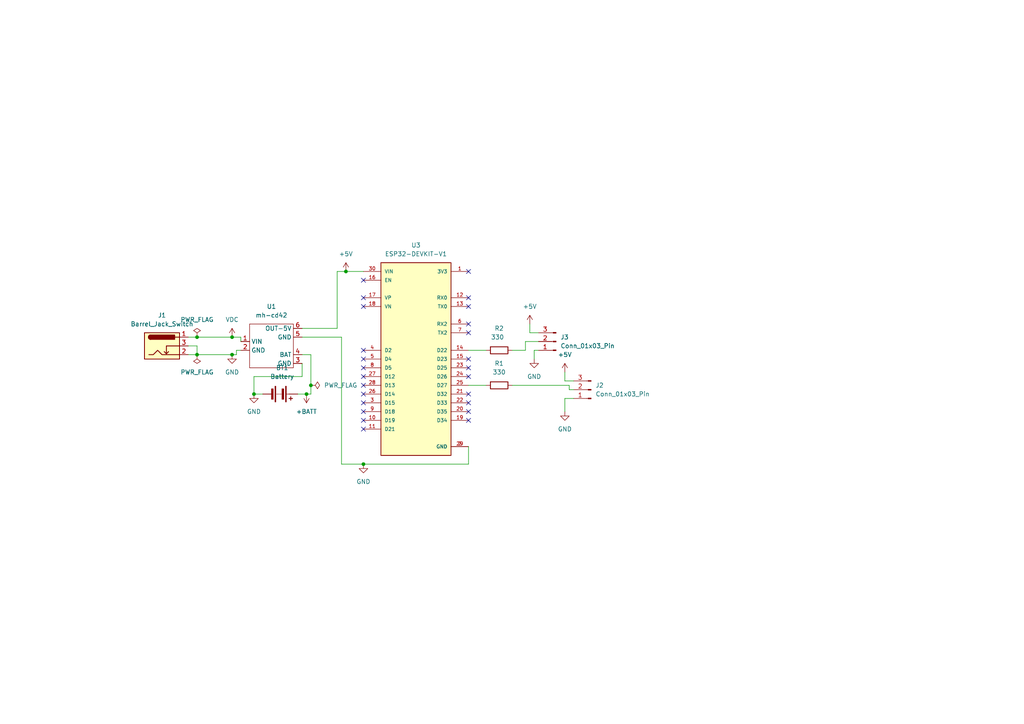
<source format=kicad_sch>
(kicad_sch (version 20230121) (generator eeschema)

  (uuid 9cacf58c-5fd2-42a9-b81f-c687c47f70ec)

  (paper "A4")

  (lib_symbols
    (symbol "CD42MH:mh-cd42" (in_bom yes) (on_board yes)
      (property "Reference" "U" (at 0 7.62 0)
        (effects (font (size 1.27 1.27)))
      )
      (property "Value" "mh-cd42" (at 0 -7.62 0)
        (effects (font (size 1.27 1.27)))
      )
      (property "Footprint" "" (at -1.27 5.08 0)
        (effects (font (size 1.27 1.27)) hide)
      )
      (property "Datasheet" "" (at -1.27 5.08 0)
        (effects (font (size 1.27 1.27)) hide)
      )
      (symbol "mh-cd42_0_1"
        (rectangle (start -6.35 6.35) (end 6.35 -6.35)
          (stroke (width 0) (type default))
          (fill (type none))
        )
      )
      (symbol "mh-cd42_1_1"
        (pin power_in line (at -8.89 1.27 0) (length 2.54)
          (name "VIN" (effects (font (size 1.27 1.27))))
          (number "1" (effects (font (size 1.27 1.27))))
        )
        (pin passive line (at -8.89 -1.27 0) (length 2.54)
          (name "GND" (effects (font (size 1.27 1.27))))
          (number "2" (effects (font (size 1.27 1.27))))
        )
        (pin passive line (at 8.89 -5.08 180) (length 2.54)
          (name "GND" (effects (font (size 1.27 1.27))))
          (number "3" (effects (font (size 1.27 1.27))))
        )
        (pin passive line (at 8.89 -2.54 180) (length 2.54)
          (name "BAT" (effects (font (size 1.27 1.27))))
          (number "4" (effects (font (size 1.27 1.27))))
        )
        (pin passive line (at 8.89 2.54 180) (length 2.54)
          (name "GND" (effects (font (size 1.27 1.27))))
          (number "5" (effects (font (size 1.27 1.27))))
        )
        (pin power_out line (at 8.89 5.08 180) (length 2.54)
          (name "OUT-5V" (effects (font (size 1.27 1.27))))
          (number "6" (effects (font (size 1.27 1.27))))
        )
      )
    )
    (symbol "Connector:Barrel_Jack_Switch" (pin_names hide) (in_bom yes) (on_board yes)
      (property "Reference" "J" (at 0 5.334 0)
        (effects (font (size 1.27 1.27)))
      )
      (property "Value" "Barrel_Jack_Switch" (at 0 -5.08 0)
        (effects (font (size 1.27 1.27)))
      )
      (property "Footprint" "" (at 1.27 -1.016 0)
        (effects (font (size 1.27 1.27)) hide)
      )
      (property "Datasheet" "~" (at 1.27 -1.016 0)
        (effects (font (size 1.27 1.27)) hide)
      )
      (property "ki_keywords" "DC power barrel jack connector" (at 0 0 0)
        (effects (font (size 1.27 1.27)) hide)
      )
      (property "ki_description" "DC Barrel Jack with an internal switch" (at 0 0 0)
        (effects (font (size 1.27 1.27)) hide)
      )
      (property "ki_fp_filters" "BarrelJack*" (at 0 0 0)
        (effects (font (size 1.27 1.27)) hide)
      )
      (symbol "Barrel_Jack_Switch_0_1"
        (rectangle (start -5.08 3.81) (end 5.08 -3.81)
          (stroke (width 0.254) (type default))
          (fill (type background))
        )
        (arc (start -3.302 3.175) (mid -3.9343 2.54) (end -3.302 1.905)
          (stroke (width 0.254) (type default))
          (fill (type none))
        )
        (arc (start -3.302 3.175) (mid -3.9343 2.54) (end -3.302 1.905)
          (stroke (width 0.254) (type default))
          (fill (type outline))
        )
        (polyline
          (pts
            (xy 1.27 -2.286)
            (xy 1.905 -1.651)
          )
          (stroke (width 0.254) (type default))
          (fill (type none))
        )
        (polyline
          (pts
            (xy 5.08 2.54)
            (xy 3.81 2.54)
          )
          (stroke (width 0.254) (type default))
          (fill (type none))
        )
        (polyline
          (pts
            (xy 5.08 0)
            (xy 1.27 0)
            (xy 1.27 -2.286)
            (xy 0.635 -1.651)
          )
          (stroke (width 0.254) (type default))
          (fill (type none))
        )
        (polyline
          (pts
            (xy -3.81 -2.54)
            (xy -2.54 -2.54)
            (xy -1.27 -1.27)
            (xy 0 -2.54)
            (xy 2.54 -2.54)
            (xy 5.08 -2.54)
          )
          (stroke (width 0.254) (type default))
          (fill (type none))
        )
        (rectangle (start 3.683 3.175) (end -3.302 1.905)
          (stroke (width 0.254) (type default))
          (fill (type outline))
        )
      )
      (symbol "Barrel_Jack_Switch_1_1"
        (pin passive line (at 7.62 2.54 180) (length 2.54)
          (name "~" (effects (font (size 1.27 1.27))))
          (number "1" (effects (font (size 1.27 1.27))))
        )
        (pin passive line (at 7.62 -2.54 180) (length 2.54)
          (name "~" (effects (font (size 1.27 1.27))))
          (number "2" (effects (font (size 1.27 1.27))))
        )
        (pin passive line (at 7.62 0 180) (length 2.54)
          (name "~" (effects (font (size 1.27 1.27))))
          (number "3" (effects (font (size 1.27 1.27))))
        )
      )
    )
    (symbol "Connector:Conn_01x03_Pin" (pin_names (offset 1.016) hide) (in_bom yes) (on_board yes)
      (property "Reference" "J" (at 0 5.08 0)
        (effects (font (size 1.27 1.27)))
      )
      (property "Value" "Conn_01x03_Pin" (at 0 -5.08 0)
        (effects (font (size 1.27 1.27)))
      )
      (property "Footprint" "" (at 0 0 0)
        (effects (font (size 1.27 1.27)) hide)
      )
      (property "Datasheet" "~" (at 0 0 0)
        (effects (font (size 1.27 1.27)) hide)
      )
      (property "ki_locked" "" (at 0 0 0)
        (effects (font (size 1.27 1.27)))
      )
      (property "ki_keywords" "connector" (at 0 0 0)
        (effects (font (size 1.27 1.27)) hide)
      )
      (property "ki_description" "Generic connector, single row, 01x03, script generated" (at 0 0 0)
        (effects (font (size 1.27 1.27)) hide)
      )
      (property "ki_fp_filters" "Connector*:*_1x??_*" (at 0 0 0)
        (effects (font (size 1.27 1.27)) hide)
      )
      (symbol "Conn_01x03_Pin_1_1"
        (polyline
          (pts
            (xy 1.27 -2.54)
            (xy 0.8636 -2.54)
          )
          (stroke (width 0.1524) (type default))
          (fill (type none))
        )
        (polyline
          (pts
            (xy 1.27 0)
            (xy 0.8636 0)
          )
          (stroke (width 0.1524) (type default))
          (fill (type none))
        )
        (polyline
          (pts
            (xy 1.27 2.54)
            (xy 0.8636 2.54)
          )
          (stroke (width 0.1524) (type default))
          (fill (type none))
        )
        (rectangle (start 0.8636 -2.413) (end 0 -2.667)
          (stroke (width 0.1524) (type default))
          (fill (type outline))
        )
        (rectangle (start 0.8636 0.127) (end 0 -0.127)
          (stroke (width 0.1524) (type default))
          (fill (type outline))
        )
        (rectangle (start 0.8636 2.667) (end 0 2.413)
          (stroke (width 0.1524) (type default))
          (fill (type outline))
        )
        (pin passive line (at 5.08 2.54 180) (length 3.81)
          (name "Pin_1" (effects (font (size 1.27 1.27))))
          (number "1" (effects (font (size 1.27 1.27))))
        )
        (pin passive line (at 5.08 0 180) (length 3.81)
          (name "Pin_2" (effects (font (size 1.27 1.27))))
          (number "2" (effects (font (size 1.27 1.27))))
        )
        (pin passive line (at 5.08 -2.54 180) (length 3.81)
          (name "Pin_3" (effects (font (size 1.27 1.27))))
          (number "3" (effects (font (size 1.27 1.27))))
        )
      )
    )
    (symbol "Device:Battery" (pin_numbers hide) (pin_names (offset 0) hide) (in_bom yes) (on_board yes)
      (property "Reference" "BT" (at 2.54 2.54 0)
        (effects (font (size 1.27 1.27)) (justify left))
      )
      (property "Value" "Battery" (at 2.54 0 0)
        (effects (font (size 1.27 1.27)) (justify left))
      )
      (property "Footprint" "" (at 0 1.524 90)
        (effects (font (size 1.27 1.27)) hide)
      )
      (property "Datasheet" "~" (at 0 1.524 90)
        (effects (font (size 1.27 1.27)) hide)
      )
      (property "ki_keywords" "batt voltage-source cell" (at 0 0 0)
        (effects (font (size 1.27 1.27)) hide)
      )
      (property "ki_description" "Multiple-cell battery" (at 0 0 0)
        (effects (font (size 1.27 1.27)) hide)
      )
      (symbol "Battery_0_1"
        (rectangle (start -2.286 -1.27) (end 2.286 -1.524)
          (stroke (width 0) (type default))
          (fill (type outline))
        )
        (rectangle (start -2.286 1.778) (end 2.286 1.524)
          (stroke (width 0) (type default))
          (fill (type outline))
        )
        (rectangle (start -1.524 -2.032) (end 1.524 -2.54)
          (stroke (width 0) (type default))
          (fill (type outline))
        )
        (rectangle (start -1.524 1.016) (end 1.524 0.508)
          (stroke (width 0) (type default))
          (fill (type outline))
        )
        (polyline
          (pts
            (xy 0 -1.016)
            (xy 0 -0.762)
          )
          (stroke (width 0) (type default))
          (fill (type none))
        )
        (polyline
          (pts
            (xy 0 -0.508)
            (xy 0 -0.254)
          )
          (stroke (width 0) (type default))
          (fill (type none))
        )
        (polyline
          (pts
            (xy 0 0)
            (xy 0 0.254)
          )
          (stroke (width 0) (type default))
          (fill (type none))
        )
        (polyline
          (pts
            (xy 0 1.778)
            (xy 0 2.54)
          )
          (stroke (width 0) (type default))
          (fill (type none))
        )
        (polyline
          (pts
            (xy 0.762 3.048)
            (xy 1.778 3.048)
          )
          (stroke (width 0.254) (type default))
          (fill (type none))
        )
        (polyline
          (pts
            (xy 1.27 3.556)
            (xy 1.27 2.54)
          )
          (stroke (width 0.254) (type default))
          (fill (type none))
        )
      )
      (symbol "Battery_1_1"
        (pin passive line (at 0 5.08 270) (length 2.54)
          (name "+" (effects (font (size 1.27 1.27))))
          (number "1" (effects (font (size 1.27 1.27))))
        )
        (pin passive line (at 0 -5.08 90) (length 2.54)
          (name "-" (effects (font (size 1.27 1.27))))
          (number "2" (effects (font (size 1.27 1.27))))
        )
      )
    )
    (symbol "Device:R" (pin_numbers hide) (pin_names (offset 0)) (in_bom yes) (on_board yes)
      (property "Reference" "R" (at 2.032 0 90)
        (effects (font (size 1.27 1.27)))
      )
      (property "Value" "R" (at 0 0 90)
        (effects (font (size 1.27 1.27)))
      )
      (property "Footprint" "" (at -1.778 0 90)
        (effects (font (size 1.27 1.27)) hide)
      )
      (property "Datasheet" "~" (at 0 0 0)
        (effects (font (size 1.27 1.27)) hide)
      )
      (property "ki_keywords" "R res resistor" (at 0 0 0)
        (effects (font (size 1.27 1.27)) hide)
      )
      (property "ki_description" "Resistor" (at 0 0 0)
        (effects (font (size 1.27 1.27)) hide)
      )
      (property "ki_fp_filters" "R_*" (at 0 0 0)
        (effects (font (size 1.27 1.27)) hide)
      )
      (symbol "R_0_1"
        (rectangle (start -1.016 -2.54) (end 1.016 2.54)
          (stroke (width 0.254) (type default))
          (fill (type none))
        )
      )
      (symbol "R_1_1"
        (pin passive line (at 0 3.81 270) (length 1.27)
          (name "~" (effects (font (size 1.27 1.27))))
          (number "1" (effects (font (size 1.27 1.27))))
        )
        (pin passive line (at 0 -3.81 90) (length 1.27)
          (name "~" (effects (font (size 1.27 1.27))))
          (number "2" (effects (font (size 1.27 1.27))))
        )
      )
    )
    (symbol "ESP32 DEVIKIT:ESP32-DEVKIT-V1" (pin_names (offset 1.016)) (in_bom yes) (on_board yes)
      (property "Reference" "U" (at -10.16 30.48 0)
        (effects (font (size 1.27 1.27)) (justify left bottom))
      )
      (property "Value" "ESP32-DEVKIT-V1" (at -10.16 -30.48 0)
        (effects (font (size 1.27 1.27)) (justify left bottom))
      )
      (property "Footprint" "MODULE_ESP32_DEVKIT_V1" (at 0 0 0)
        (effects (font (size 1.27 1.27)) (justify left bottom) hide)
      )
      (property "Datasheet" "" (at 0 0 0)
        (effects (font (size 1.27 1.27)) (justify left bottom) hide)
      )
      (property "MF" "Do it" (at 0 0 0)
        (effects (font (size 1.27 1.27)) (justify left bottom) hide)
      )
      (property "MAXIMUM_PACKAGE_HEIGHT" "6.8 mm" (at 0 0 0)
        (effects (font (size 1.27 1.27)) (justify left bottom) hide)
      )
      (property "Package" "None" (at 0 0 0)
        (effects (font (size 1.27 1.27)) (justify left bottom) hide)
      )
      (property "Price" "None" (at 0 0 0)
        (effects (font (size 1.27 1.27)) (justify left bottom) hide)
      )
      (property "Check_prices" "https://www.snapeda.com/parts/ESP32-DEVKIT-V1/Do+it/view-part/?ref=eda" (at 0 0 0)
        (effects (font (size 1.27 1.27)) (justify left bottom) hide)
      )
      (property "STANDARD" "Manufacturer Recommendations" (at 0 0 0)
        (effects (font (size 1.27 1.27)) (justify left bottom) hide)
      )
      (property "PARTREV" "N/A" (at 0 0 0)
        (effects (font (size 1.27 1.27)) (justify left bottom) hide)
      )
      (property "SnapEDA_Link" "https://www.snapeda.com/parts/ESP32-DEVKIT-V1/Do+it/view-part/?ref=snap" (at 0 0 0)
        (effects (font (size 1.27 1.27)) (justify left bottom) hide)
      )
      (property "MP" "ESP32-DEVKIT-V1" (at 0 0 0)
        (effects (font (size 1.27 1.27)) (justify left bottom) hide)
      )
      (property "Description" "\\nDual core, Wi-Fi: 2.4 GHz up to 150 Mbits/s,BLE (Bluetooth Low Energy) and legacy Bluetooth, 32 bits, Up to 240 MHz\\n" (at 0 0 0)
        (effects (font (size 1.27 1.27)) (justify left bottom) hide)
      )
      (property "Availability" "Not in stock" (at 0 0 0)
        (effects (font (size 1.27 1.27)) (justify left bottom) hide)
      )
      (property "MANUFACTURER" "DOIT" (at 0 0 0)
        (effects (font (size 1.27 1.27)) (justify left bottom) hide)
      )
      (property "ki_locked" "" (at 0 0 0)
        (effects (font (size 1.27 1.27)))
      )
      (symbol "ESP32-DEVKIT-V1_0_0"
        (rectangle (start -10.16 -27.94) (end 10.16 27.94)
          (stroke (width 0.254) (type solid))
          (fill (type background))
        )
        (pin output line (at 15.24 25.4 180) (length 5.08)
          (name "3V3" (effects (font (size 1.016 1.016))))
          (number "1" (effects (font (size 1.016 1.016))))
        )
        (pin bidirectional line (at -15.24 -17.78 0) (length 5.08)
          (name "D19" (effects (font (size 1.016 1.016))))
          (number "10" (effects (font (size 1.016 1.016))))
        )
        (pin bidirectional line (at -15.24 -20.32 0) (length 5.08)
          (name "D21" (effects (font (size 1.016 1.016))))
          (number "11" (effects (font (size 1.016 1.016))))
        )
        (pin input line (at 15.24 17.78 180) (length 5.08)
          (name "RX0" (effects (font (size 1.016 1.016))))
          (number "12" (effects (font (size 1.016 1.016))))
        )
        (pin output line (at 15.24 15.24 180) (length 5.08)
          (name "TX0" (effects (font (size 1.016 1.016))))
          (number "13" (effects (font (size 1.016 1.016))))
        )
        (pin bidirectional line (at 15.24 2.54 180) (length 5.08)
          (name "D22" (effects (font (size 1.016 1.016))))
          (number "14" (effects (font (size 1.016 1.016))))
        )
        (pin bidirectional line (at 15.24 0 180) (length 5.08)
          (name "D23" (effects (font (size 1.016 1.016))))
          (number "15" (effects (font (size 1.016 1.016))))
        )
        (pin input line (at -15.24 22.86 0) (length 5.08)
          (name "EN" (effects (font (size 1.016 1.016))))
          (number "16" (effects (font (size 1.016 1.016))))
        )
        (pin bidirectional line (at -15.24 17.78 0) (length 5.08)
          (name "VP" (effects (font (size 1.016 1.016))))
          (number "17" (effects (font (size 1.016 1.016))))
        )
        (pin bidirectional line (at -15.24 15.24 0) (length 5.08)
          (name "VN" (effects (font (size 1.016 1.016))))
          (number "18" (effects (font (size 1.016 1.016))))
        )
        (pin bidirectional line (at 15.24 -17.78 180) (length 5.08)
          (name "D34" (effects (font (size 1.016 1.016))))
          (number "19" (effects (font (size 1.016 1.016))))
        )
        (pin power_in line (at 15.24 -25.4 180) (length 5.08)
          (name "GND" (effects (font (size 1.016 1.016))))
          (number "2" (effects (font (size 1.016 1.016))))
        )
        (pin bidirectional line (at 15.24 -15.24 180) (length 5.08)
          (name "D35" (effects (font (size 1.016 1.016))))
          (number "20" (effects (font (size 1.016 1.016))))
        )
        (pin bidirectional line (at 15.24 -10.16 180) (length 5.08)
          (name "D32" (effects (font (size 1.016 1.016))))
          (number "21" (effects (font (size 1.016 1.016))))
        )
        (pin bidirectional line (at 15.24 -12.7 180) (length 5.08)
          (name "D33" (effects (font (size 1.016 1.016))))
          (number "22" (effects (font (size 1.016 1.016))))
        )
        (pin bidirectional line (at 15.24 -2.54 180) (length 5.08)
          (name "D25" (effects (font (size 1.016 1.016))))
          (number "23" (effects (font (size 1.016 1.016))))
        )
        (pin bidirectional line (at 15.24 -5.08 180) (length 5.08)
          (name "D26" (effects (font (size 1.016 1.016))))
          (number "24" (effects (font (size 1.016 1.016))))
        )
        (pin bidirectional line (at 15.24 -7.62 180) (length 5.08)
          (name "D27" (effects (font (size 1.016 1.016))))
          (number "25" (effects (font (size 1.016 1.016))))
        )
        (pin bidirectional line (at -15.24 -10.16 0) (length 5.08)
          (name "D14" (effects (font (size 1.016 1.016))))
          (number "26" (effects (font (size 1.016 1.016))))
        )
        (pin bidirectional line (at -15.24 -5.08 0) (length 5.08)
          (name "D12" (effects (font (size 1.016 1.016))))
          (number "27" (effects (font (size 1.016 1.016))))
        )
        (pin bidirectional line (at -15.24 -7.62 0) (length 5.08)
          (name "D13" (effects (font (size 1.016 1.016))))
          (number "28" (effects (font (size 1.016 1.016))))
        )
        (pin power_in line (at 15.24 -25.4 180) (length 5.08)
          (name "GND" (effects (font (size 1.016 1.016))))
          (number "29" (effects (font (size 1.016 1.016))))
        )
        (pin bidirectional line (at -15.24 -12.7 0) (length 5.08)
          (name "D15" (effects (font (size 1.016 1.016))))
          (number "3" (effects (font (size 1.016 1.016))))
        )
        (pin input line (at -15.24 25.4 0) (length 5.08)
          (name "VIN" (effects (font (size 1.016 1.016))))
          (number "30" (effects (font (size 1.016 1.016))))
        )
        (pin bidirectional line (at -15.24 2.54 0) (length 5.08)
          (name "D2" (effects (font (size 1.016 1.016))))
          (number "4" (effects (font (size 1.016 1.016))))
        )
        (pin bidirectional line (at -15.24 0 0) (length 5.08)
          (name "D4" (effects (font (size 1.016 1.016))))
          (number "5" (effects (font (size 1.016 1.016))))
        )
        (pin input line (at 15.24 10.16 180) (length 5.08)
          (name "RX2" (effects (font (size 1.016 1.016))))
          (number "6" (effects (font (size 1.016 1.016))))
        )
        (pin output line (at 15.24 7.62 180) (length 5.08)
          (name "TX2" (effects (font (size 1.016 1.016))))
          (number "7" (effects (font (size 1.016 1.016))))
        )
        (pin bidirectional line (at -15.24 -2.54 0) (length 5.08)
          (name "D5" (effects (font (size 1.016 1.016))))
          (number "8" (effects (font (size 1.016 1.016))))
        )
        (pin bidirectional line (at -15.24 -15.24 0) (length 5.08)
          (name "D18" (effects (font (size 1.016 1.016))))
          (number "9" (effects (font (size 1.016 1.016))))
        )
      )
    )
    (symbol "power:+5V" (power) (pin_names (offset 0)) (in_bom yes) (on_board yes)
      (property "Reference" "#PWR" (at 0 -3.81 0)
        (effects (font (size 1.27 1.27)) hide)
      )
      (property "Value" "+5V" (at 0 3.556 0)
        (effects (font (size 1.27 1.27)))
      )
      (property "Footprint" "" (at 0 0 0)
        (effects (font (size 1.27 1.27)) hide)
      )
      (property "Datasheet" "" (at 0 0 0)
        (effects (font (size 1.27 1.27)) hide)
      )
      (property "ki_keywords" "global power" (at 0 0 0)
        (effects (font (size 1.27 1.27)) hide)
      )
      (property "ki_description" "Power symbol creates a global label with name \"+5V\"" (at 0 0 0)
        (effects (font (size 1.27 1.27)) hide)
      )
      (symbol "+5V_0_1"
        (polyline
          (pts
            (xy -0.762 1.27)
            (xy 0 2.54)
          )
          (stroke (width 0) (type default))
          (fill (type none))
        )
        (polyline
          (pts
            (xy 0 0)
            (xy 0 2.54)
          )
          (stroke (width 0) (type default))
          (fill (type none))
        )
        (polyline
          (pts
            (xy 0 2.54)
            (xy 0.762 1.27)
          )
          (stroke (width 0) (type default))
          (fill (type none))
        )
      )
      (symbol "+5V_1_1"
        (pin power_in line (at 0 0 90) (length 0) hide
          (name "+5V" (effects (font (size 1.27 1.27))))
          (number "1" (effects (font (size 1.27 1.27))))
        )
      )
    )
    (symbol "power:+BATT" (power) (pin_names (offset 0)) (in_bom yes) (on_board yes)
      (property "Reference" "#PWR" (at 0 -3.81 0)
        (effects (font (size 1.27 1.27)) hide)
      )
      (property "Value" "+BATT" (at 0 3.556 0)
        (effects (font (size 1.27 1.27)))
      )
      (property "Footprint" "" (at 0 0 0)
        (effects (font (size 1.27 1.27)) hide)
      )
      (property "Datasheet" "" (at 0 0 0)
        (effects (font (size 1.27 1.27)) hide)
      )
      (property "ki_keywords" "global power battery" (at 0 0 0)
        (effects (font (size 1.27 1.27)) hide)
      )
      (property "ki_description" "Power symbol creates a global label with name \"+BATT\"" (at 0 0 0)
        (effects (font (size 1.27 1.27)) hide)
      )
      (symbol "+BATT_0_1"
        (polyline
          (pts
            (xy -0.762 1.27)
            (xy 0 2.54)
          )
          (stroke (width 0) (type default))
          (fill (type none))
        )
        (polyline
          (pts
            (xy 0 0)
            (xy 0 2.54)
          )
          (stroke (width 0) (type default))
          (fill (type none))
        )
        (polyline
          (pts
            (xy 0 2.54)
            (xy 0.762 1.27)
          )
          (stroke (width 0) (type default))
          (fill (type none))
        )
      )
      (symbol "+BATT_1_1"
        (pin power_in line (at 0 0 90) (length 0) hide
          (name "+BATT" (effects (font (size 1.27 1.27))))
          (number "1" (effects (font (size 1.27 1.27))))
        )
      )
    )
    (symbol "power:GND" (power) (pin_names (offset 0)) (in_bom yes) (on_board yes)
      (property "Reference" "#PWR" (at 0 -6.35 0)
        (effects (font (size 1.27 1.27)) hide)
      )
      (property "Value" "GND" (at 0 -3.81 0)
        (effects (font (size 1.27 1.27)))
      )
      (property "Footprint" "" (at 0 0 0)
        (effects (font (size 1.27 1.27)) hide)
      )
      (property "Datasheet" "" (at 0 0 0)
        (effects (font (size 1.27 1.27)) hide)
      )
      (property "ki_keywords" "global power" (at 0 0 0)
        (effects (font (size 1.27 1.27)) hide)
      )
      (property "ki_description" "Power symbol creates a global label with name \"GND\" , ground" (at 0 0 0)
        (effects (font (size 1.27 1.27)) hide)
      )
      (symbol "GND_0_1"
        (polyline
          (pts
            (xy 0 0)
            (xy 0 -1.27)
            (xy 1.27 -1.27)
            (xy 0 -2.54)
            (xy -1.27 -1.27)
            (xy 0 -1.27)
          )
          (stroke (width 0) (type default))
          (fill (type none))
        )
      )
      (symbol "GND_1_1"
        (pin power_in line (at 0 0 270) (length 0) hide
          (name "GND" (effects (font (size 1.27 1.27))))
          (number "1" (effects (font (size 1.27 1.27))))
        )
      )
    )
    (symbol "power:PWR_FLAG" (power) (pin_numbers hide) (pin_names (offset 0) hide) (in_bom yes) (on_board yes)
      (property "Reference" "#FLG" (at 0 1.905 0)
        (effects (font (size 1.27 1.27)) hide)
      )
      (property "Value" "PWR_FLAG" (at 0 3.81 0)
        (effects (font (size 1.27 1.27)))
      )
      (property "Footprint" "" (at 0 0 0)
        (effects (font (size 1.27 1.27)) hide)
      )
      (property "Datasheet" "~" (at 0 0 0)
        (effects (font (size 1.27 1.27)) hide)
      )
      (property "ki_keywords" "flag power" (at 0 0 0)
        (effects (font (size 1.27 1.27)) hide)
      )
      (property "ki_description" "Special symbol for telling ERC where power comes from" (at 0 0 0)
        (effects (font (size 1.27 1.27)) hide)
      )
      (symbol "PWR_FLAG_0_0"
        (pin power_out line (at 0 0 90) (length 0)
          (name "pwr" (effects (font (size 1.27 1.27))))
          (number "1" (effects (font (size 1.27 1.27))))
        )
      )
      (symbol "PWR_FLAG_0_1"
        (polyline
          (pts
            (xy 0 0)
            (xy 0 1.27)
            (xy -1.016 1.905)
            (xy 0 2.54)
            (xy 1.016 1.905)
            (xy 0 1.27)
          )
          (stroke (width 0) (type default))
          (fill (type none))
        )
      )
    )
    (symbol "power:VDC" (power) (pin_names (offset 0)) (in_bom yes) (on_board yes)
      (property "Reference" "#PWR" (at 0 -2.54 0)
        (effects (font (size 1.27 1.27)) hide)
      )
      (property "Value" "VDC" (at 0 6.35 0)
        (effects (font (size 1.27 1.27)))
      )
      (property "Footprint" "" (at 0 0 0)
        (effects (font (size 1.27 1.27)) hide)
      )
      (property "Datasheet" "" (at 0 0 0)
        (effects (font (size 1.27 1.27)) hide)
      )
      (property "ki_keywords" "global power" (at 0 0 0)
        (effects (font (size 1.27 1.27)) hide)
      )
      (property "ki_description" "Power symbol creates a global label with name \"VDC\"" (at 0 0 0)
        (effects (font (size 1.27 1.27)) hide)
      )
      (symbol "VDC_0_1"
        (polyline
          (pts
            (xy -0.762 1.27)
            (xy 0 2.54)
          )
          (stroke (width 0) (type default))
          (fill (type none))
        )
        (polyline
          (pts
            (xy 0 0)
            (xy 0 2.54)
          )
          (stroke (width 0) (type default))
          (fill (type none))
        )
        (polyline
          (pts
            (xy 0 2.54)
            (xy 0.762 1.27)
          )
          (stroke (width 0) (type default))
          (fill (type none))
        )
      )
      (symbol "VDC_1_1"
        (pin power_in line (at 0 0 90) (length 0) hide
          (name "VDC" (effects (font (size 1.27 1.27))))
          (number "1" (effects (font (size 1.27 1.27))))
        )
      )
    )
  )

  (junction (at 57.15 102.87) (diameter 0) (color 0 0 0 0)
    (uuid 15304eb5-1e2f-4a16-9eaa-f8b4a6de9cd6)
  )
  (junction (at 67.31 102.87) (diameter 0) (color 0 0 0 0)
    (uuid 18f021db-ad9d-4e90-ad38-abd700275151)
  )
  (junction (at 105.41 134.62) (diameter 0) (color 0 0 0 0)
    (uuid 1a434123-d705-4a64-a8f3-39f5ee5565b8)
  )
  (junction (at 67.31 97.79) (diameter 0) (color 0 0 0 0)
    (uuid 3cade3d9-77a3-48a8-9e5e-8d807d8365f1)
  )
  (junction (at 73.66 114.3) (diameter 0) (color 0 0 0 0)
    (uuid 8f40856e-d010-4eb6-bfe9-bc324d9e6d1a)
  )
  (junction (at 100.33 78.74) (diameter 0) (color 0 0 0 0)
    (uuid a4ae4120-c03b-4197-bed2-2fe7bdeb75f1)
  )
  (junction (at 57.15 97.79) (diameter 0) (color 0 0 0 0)
    (uuid ad625d29-f704-4e46-a426-e95d8699ff51)
  )
  (junction (at 88.9 114.3) (diameter 0) (color 0 0 0 0)
    (uuid b750caf9-c994-4939-818b-05bc03a58407)
  )
  (junction (at 90.17 111.76) (diameter 0) (color 0 0 0 0)
    (uuid d3820913-7da2-4b13-a173-f85384b3e5c1)
  )

  (no_connect (at 135.89 109.22) (uuid 025dfe8a-0ef2-42f3-beba-4906fa110751))
  (no_connect (at 135.89 119.38) (uuid 1e016f2c-d4e0-4e71-b086-4848fb4dcda5))
  (no_connect (at 135.89 96.52) (uuid 25154160-294b-4418-aa91-2db63fb160df))
  (no_connect (at 135.89 86.36) (uuid 28d2e9be-d228-4ff0-9a1b-1bd43ce03da9))
  (no_connect (at 135.89 116.84) (uuid 38e2d379-f4d6-4397-8434-c022f530e580))
  (no_connect (at 105.41 116.84) (uuid 3d1b1131-f27f-4151-b54f-680427c8cca3))
  (no_connect (at 135.89 88.9) (uuid 417d5857-cf03-4a91-b775-72740f02d270))
  (no_connect (at 105.41 81.28) (uuid 41fa8642-4a45-4481-bcf1-c3b4b413b251))
  (no_connect (at 135.89 114.3) (uuid 434d3d7e-7d46-4f98-8f8c-8f2181a64828))
  (no_connect (at 105.41 111.76) (uuid 5b862877-6c99-4bfc-a418-fd1cc0c4ef31))
  (no_connect (at 135.89 104.14) (uuid 66db2268-4b52-4293-b6bf-89ffd633678e))
  (no_connect (at 105.41 104.14) (uuid 7d80b803-6afb-4d54-9cdd-1717282430bd))
  (no_connect (at 135.89 78.74) (uuid 811962d4-8635-40a6-9604-9ff1a3480de7))
  (no_connect (at 105.41 121.92) (uuid 81dcadb2-bce1-4ab5-b7d0-539f0eae23be))
  (no_connect (at 135.89 121.92) (uuid 82fe0754-a67c-4845-961d-3f6394d1e572))
  (no_connect (at 105.41 106.68) (uuid 8594646d-1de7-4351-878a-68fc9cab3df5))
  (no_connect (at 105.41 124.46) (uuid 89697d7a-790a-4f3e-802a-b2f7ab56a797))
  (no_connect (at 105.41 101.6) (uuid 8bd4f5ae-84df-4b2e-8ac0-0649190b80ea))
  (no_connect (at 105.41 88.9) (uuid 93ba1f76-2a19-4d2a-9267-bd62fdabc158))
  (no_connect (at 105.41 109.22) (uuid aab325a3-47f2-427d-bb3a-955bc37ee24e))
  (no_connect (at 135.89 93.98) (uuid aad4a8cb-7140-45d8-931a-c61a6930b372))
  (no_connect (at 105.41 119.38) (uuid b2a8d0ca-1a74-4d9d-a08d-2fb97c4b5715))
  (no_connect (at 105.41 86.36) (uuid d6e0634b-a191-4258-8fff-fce52403452a))
  (no_connect (at 105.41 114.3) (uuid f2b489f8-d280-4115-a367-5fefe27dee5b))
  (no_connect (at 135.89 106.68) (uuid f60c5e2b-5fa7-4cbd-8da4-f1e2bfcec383))

  (wire (pts (xy 57.15 97.79) (xy 67.31 97.79))
    (stroke (width 0) (type default))
    (uuid 02624a80-7d2e-404d-a6fd-9504db96f015)
  )
  (wire (pts (xy 163.83 107.95) (xy 163.83 110.49))
    (stroke (width 0) (type default))
    (uuid 0bb5f2c3-2f3e-487b-b770-de67ccfb8060)
  )
  (wire (pts (xy 67.31 102.87) (xy 68.58 102.87))
    (stroke (width 0) (type default))
    (uuid 2670f0a1-d457-4455-b39a-e424eca08bfd)
  )
  (wire (pts (xy 99.06 97.79) (xy 99.06 134.62))
    (stroke (width 0) (type default))
    (uuid 2804e032-51b9-4ec4-b6d4-62f3fba43889)
  )
  (wire (pts (xy 90.17 102.87) (xy 87.63 102.87))
    (stroke (width 0) (type default))
    (uuid 2b4805ce-59ae-47e2-80f8-7c0537c58fb7)
  )
  (wire (pts (xy 76.2 114.3) (xy 73.66 114.3))
    (stroke (width 0) (type default))
    (uuid 3152fe12-ad5d-428f-82b5-173bd1ec7b84)
  )
  (wire (pts (xy 73.66 109.22) (xy 87.63 109.22))
    (stroke (width 0) (type default))
    (uuid 3b06e585-ac72-43f7-8a78-82e79fb9755d)
  )
  (wire (pts (xy 163.83 115.57) (xy 166.37 115.57))
    (stroke (width 0) (type default))
    (uuid 3b857cfa-07e3-433e-b76b-0b2e5ae7cb04)
  )
  (wire (pts (xy 87.63 95.25) (xy 97.79 95.25))
    (stroke (width 0) (type default))
    (uuid 3bda229f-8faf-49bc-90da-e99e3b44c827)
  )
  (wire (pts (xy 100.33 78.74) (xy 105.41 78.74))
    (stroke (width 0) (type default))
    (uuid 547100c2-959e-4621-a8ff-a72ec68fc4fa)
  )
  (wire (pts (xy 99.06 134.62) (xy 105.41 134.62))
    (stroke (width 0) (type default))
    (uuid 54b42d82-d1e4-4029-a196-4838da2bd68c)
  )
  (wire (pts (xy 135.89 134.62) (xy 135.89 129.54))
    (stroke (width 0) (type default))
    (uuid 600e6d4d-5910-4a35-b8b2-28ea3aa5fb7c)
  )
  (wire (pts (xy 57.15 102.87) (xy 67.31 102.87))
    (stroke (width 0) (type default))
    (uuid 658ba87a-aa4b-4efb-bd73-5e47293b766f)
  )
  (wire (pts (xy 154.94 104.14) (xy 154.94 101.6))
    (stroke (width 0) (type default))
    (uuid 6bb4643a-8a73-410f-8a05-9f5f30c27927)
  )
  (wire (pts (xy 73.66 109.22) (xy 73.66 114.3))
    (stroke (width 0) (type default))
    (uuid 6c64fcb9-eeb7-450c-939e-2c5bc958fe37)
  )
  (wire (pts (xy 69.85 97.79) (xy 69.85 99.06))
    (stroke (width 0) (type default))
    (uuid 6dd8dc02-8ea9-4a6a-9db2-3126e4d0bd02)
  )
  (wire (pts (xy 163.83 119.38) (xy 163.83 115.57))
    (stroke (width 0) (type default))
    (uuid 73691c42-7e44-4a50-b5c0-3c397f3b9842)
  )
  (wire (pts (xy 67.31 97.79) (xy 69.85 97.79))
    (stroke (width 0) (type default))
    (uuid 743f85c8-6265-4eb1-b6b2-8feddcd546f1)
  )
  (wire (pts (xy 90.17 111.76) (xy 90.17 102.87))
    (stroke (width 0) (type default))
    (uuid 76df7b04-5e48-46f0-bf0b-75b3097e7cbc)
  )
  (wire (pts (xy 87.63 97.79) (xy 99.06 97.79))
    (stroke (width 0) (type default))
    (uuid 7b12bcf5-2666-4870-be4d-2e851d7ed308)
  )
  (wire (pts (xy 57.15 100.33) (xy 57.15 102.87))
    (stroke (width 0) (type default))
    (uuid 7d63f9c4-bfb2-4d5e-bda0-491d143f8eb7)
  )
  (wire (pts (xy 86.36 114.3) (xy 88.9 114.3))
    (stroke (width 0) (type default))
    (uuid 7e393560-7dc4-4f02-ae63-f985132a034f)
  )
  (wire (pts (xy 105.41 134.62) (xy 135.89 134.62))
    (stroke (width 0) (type default))
    (uuid 7edeaae6-f93d-4480-b3b2-0914240838f3)
  )
  (wire (pts (xy 54.61 100.33) (xy 57.15 100.33))
    (stroke (width 0) (type default))
    (uuid 8c3136dc-ed9a-4ae4-ba8d-6dbd75b6ce7e)
  )
  (wire (pts (xy 165.1 113.03) (xy 166.37 113.03))
    (stroke (width 0) (type default))
    (uuid 8c6bf91b-bdcb-4e9a-ae3b-785059d6ce97)
  )
  (wire (pts (xy 68.58 102.87) (xy 68.58 101.6))
    (stroke (width 0) (type default))
    (uuid 93cb9163-7d02-4085-80e5-e252db10e668)
  )
  (wire (pts (xy 135.89 111.76) (xy 140.97 111.76))
    (stroke (width 0) (type default))
    (uuid 94b24c23-26fd-4a56-a98c-419252edf1d8)
  )
  (wire (pts (xy 88.9 114.3) (xy 90.17 114.3))
    (stroke (width 0) (type default))
    (uuid 956abf70-be8b-48aa-8156-b70dbe265aef)
  )
  (wire (pts (xy 68.58 101.6) (xy 69.85 101.6))
    (stroke (width 0) (type default))
    (uuid 984e8ed6-e64d-4e4e-a0f9-a14264b39855)
  )
  (wire (pts (xy 148.59 101.6) (xy 152.4 101.6))
    (stroke (width 0) (type default))
    (uuid 9b5aed1f-33e4-461b-bdf3-9e6f6c8a1a43)
  )
  (wire (pts (xy 165.1 111.76) (xy 148.59 111.76))
    (stroke (width 0) (type default))
    (uuid 9e70453f-c3df-4d83-ac20-8635a190758d)
  )
  (wire (pts (xy 153.67 93.98) (xy 153.67 96.52))
    (stroke (width 0) (type default))
    (uuid a10595e4-70b0-4f65-ab41-ab3ddd2049c8)
  )
  (wire (pts (xy 152.4 99.06) (xy 156.21 99.06))
    (stroke (width 0) (type default))
    (uuid a7d3cd6d-95fb-470e-89e8-303ca2a8175d)
  )
  (wire (pts (xy 153.67 96.52) (xy 156.21 96.52))
    (stroke (width 0) (type default))
    (uuid a8b62497-03bf-472b-85bb-a492798bb271)
  )
  (wire (pts (xy 97.79 78.74) (xy 100.33 78.74))
    (stroke (width 0) (type default))
    (uuid ad8bb199-9150-4707-b2c2-968a57ded8cf)
  )
  (wire (pts (xy 165.1 113.03) (xy 165.1 111.76))
    (stroke (width 0) (type default))
    (uuid b3d34b14-02c1-4a59-a32f-b572f9939a30)
  )
  (wire (pts (xy 87.63 109.22) (xy 87.63 105.41))
    (stroke (width 0) (type default))
    (uuid b848fb8a-6326-4e1a-b4ef-3e3674399e1e)
  )
  (wire (pts (xy 135.89 101.6) (xy 140.97 101.6))
    (stroke (width 0) (type default))
    (uuid c899509d-7150-455e-8b7b-13431b7dfab1)
  )
  (wire (pts (xy 163.83 110.49) (xy 166.37 110.49))
    (stroke (width 0) (type default))
    (uuid d0d19700-ae4b-4479-8bc0-3b664241db08)
  )
  (wire (pts (xy 154.94 101.6) (xy 156.21 101.6))
    (stroke (width 0) (type default))
    (uuid df6dc069-3944-4961-87d9-ccf0d85ed16c)
  )
  (wire (pts (xy 152.4 101.6) (xy 152.4 99.06))
    (stroke (width 0) (type default))
    (uuid e03598cc-86dd-4f0e-81c5-41b3c753c6c3)
  )
  (wire (pts (xy 90.17 114.3) (xy 90.17 111.76))
    (stroke (width 0) (type default))
    (uuid e1b45902-413a-4904-98d5-3b1b61229c14)
  )
  (wire (pts (xy 54.61 97.79) (xy 57.15 97.79))
    (stroke (width 0) (type default))
    (uuid e5ddad75-695a-49c5-909a-780a4aaa22ab)
  )
  (wire (pts (xy 97.79 95.25) (xy 97.79 78.74))
    (stroke (width 0) (type default))
    (uuid f1298214-3ce1-427c-a218-d1535d46cfee)
  )
  (wire (pts (xy 54.61 102.87) (xy 57.15 102.87))
    (stroke (width 0) (type default))
    (uuid f8ebfa12-796b-4c32-b985-33ec6adeeb28)
  )

  (symbol (lib_id "power:PWR_FLAG") (at 57.15 102.87 180) (unit 1)
    (in_bom yes) (on_board yes) (dnp no) (fields_autoplaced)
    (uuid 00dd3230-860a-4a58-b194-b8565f24f53d)
    (property "Reference" "#FLG03" (at 57.15 104.775 0)
      (effects (font (size 1.27 1.27)) hide)
    )
    (property "Value" "PWR_FLAG" (at 57.15 107.95 0)
      (effects (font (size 1.27 1.27)))
    )
    (property "Footprint" "" (at 57.15 102.87 0)
      (effects (font (size 1.27 1.27)) hide)
    )
    (property "Datasheet" "~" (at 57.15 102.87 0)
      (effects (font (size 1.27 1.27)) hide)
    )
    (pin "1" (uuid 42d571ab-735e-410a-995c-f2191866dea1))
    (instances
      (project "PCB CHALECO"
        (path "/9cacf58c-5fd2-42a9-b81f-c687c47f70ec"
          (reference "#FLG03") (unit 1)
        )
      )
    )
  )

  (symbol (lib_id "ESP32 DEVIKIT:ESP32-DEVKIT-V1") (at 120.65 104.14 0) (unit 1)
    (in_bom yes) (on_board yes) (dnp no) (fields_autoplaced)
    (uuid 0124bc3a-e44a-4208-b794-7b8cf33ab402)
    (property "Reference" "U3" (at 120.65 71.12 0)
      (effects (font (size 1.27 1.27)))
    )
    (property "Value" "ESP32-DEVKIT-V1" (at 120.65 73.66 0)
      (effects (font (size 1.27 1.27)))
    )
    (property "Footprint" "esp32 dev:MODULE_ESP32_DEVKIT_V1" (at 120.65 104.14 0)
      (effects (font (size 1.27 1.27)) (justify left bottom) hide)
    )
    (property "Datasheet" "" (at 120.65 104.14 0)
      (effects (font (size 1.27 1.27)) (justify left bottom) hide)
    )
    (property "MF" "Do it" (at 120.65 104.14 0)
      (effects (font (size 1.27 1.27)) (justify left bottom) hide)
    )
    (property "MAXIMUM_PACKAGE_HEIGHT" "6.8 mm" (at 120.65 104.14 0)
      (effects (font (size 1.27 1.27)) (justify left bottom) hide)
    )
    (property "Package" "None" (at 120.65 104.14 0)
      (effects (font (size 1.27 1.27)) (justify left bottom) hide)
    )
    (property "Price" "None" (at 120.65 104.14 0)
      (effects (font (size 1.27 1.27)) (justify left bottom) hide)
    )
    (property "Check_prices" "https://www.snapeda.com/parts/ESP32-DEVKIT-V1/Do+it/view-part/?ref=eda" (at 120.65 104.14 0)
      (effects (font (size 1.27 1.27)) (justify left bottom) hide)
    )
    (property "STANDARD" "Manufacturer Recommendations" (at 120.65 104.14 0)
      (effects (font (size 1.27 1.27)) (justify left bottom) hide)
    )
    (property "PARTREV" "N/A" (at 120.65 104.14 0)
      (effects (font (size 1.27 1.27)) (justify left bottom) hide)
    )
    (property "SnapEDA_Link" "https://www.snapeda.com/parts/ESP32-DEVKIT-V1/Do+it/view-part/?ref=snap" (at 120.65 104.14 0)
      (effects (font (size 1.27 1.27)) (justify left bottom) hide)
    )
    (property "MP" "ESP32-DEVKIT-V1" (at 120.65 104.14 0)
      (effects (font (size 1.27 1.27)) (justify left bottom) hide)
    )
    (property "Description" "\\nDual core, Wi-Fi: 2.4 GHz up to 150 Mbits/s,BLE (Bluetooth Low Energy) and legacy Bluetooth, 32 bits, Up to 240 MHz\\n" (at 120.65 104.14 0)
      (effects (font (size 1.27 1.27)) (justify left bottom) hide)
    )
    (property "Availability" "Not in stock" (at 120.65 104.14 0)
      (effects (font (size 1.27 1.27)) (justify left bottom) hide)
    )
    (property "MANUFACTURER" "DOIT" (at 120.65 104.14 0)
      (effects (font (size 1.27 1.27)) (justify left bottom) hide)
    )
    (pin "15" (uuid 49b31719-2525-4a8c-8e99-1dd95b7aaca3))
    (pin "18" (uuid 086ae040-14bc-4a81-8cb2-09b3e4fa7fb2))
    (pin "11" (uuid b2353a2c-dda4-4e31-aaca-302b3202e22d))
    (pin "13" (uuid 1403eddf-b17b-4656-8867-0306d9ed8717))
    (pin "1" (uuid 75e618e9-7883-44bf-a0f0-99b354e7d138))
    (pin "14" (uuid 5b2fbba3-641a-4773-a531-ec1036cc3a93))
    (pin "12" (uuid ee5b1365-9b69-4bb0-bbc5-b503884bb4e2))
    (pin "17" (uuid f0779585-792f-4c2c-b67b-14879364ceb6))
    (pin "16" (uuid 178cf325-78af-4e00-b780-8a8c3100c991))
    (pin "10" (uuid 1fd80474-99f2-46d6-b610-ac63532e97e2))
    (pin "20" (uuid bfa742b1-37d6-4f61-a9eb-9f15aaa8db7a))
    (pin "27" (uuid f51ea401-c7c5-4be7-a4be-2c4929fb91e7))
    (pin "23" (uuid 0db5fd36-ee4f-45ca-856f-b476b8115866))
    (pin "28" (uuid 6551f71a-d97a-4e10-949a-6324b1cbda44))
    (pin "3" (uuid 04479374-accb-4dfa-9075-b0c5fa6570b5))
    (pin "21" (uuid 493c9ae6-4e92-484c-9e00-5c7a9b3b855b))
    (pin "22" (uuid dd312aba-de64-4335-a9e5-d706e6f15632))
    (pin "24" (uuid 2163c4e2-e9c3-4d3c-aa22-fb4d58bf23bd))
    (pin "25" (uuid 903788d3-73f9-4b18-92d5-fca5ee138eeb))
    (pin "26" (uuid 6b6da9d0-71e7-44c3-92ef-f4aad16f3da1))
    (pin "29" (uuid b1e6d34b-1d93-4772-a83f-19ef16c54b5d))
    (pin "19" (uuid 56057c47-4802-4ccc-b54d-3ce7a85ecdb4))
    (pin "2" (uuid 78af5c35-fc8c-443a-b2e6-d20f7697ff15))
    (pin "5" (uuid 53e98cb4-e7f7-4e3c-9ab1-9e9e9643dacb))
    (pin "4" (uuid 852c965e-2161-4e17-8a7e-f34a40564120))
    (pin "9" (uuid a69e3eef-326a-42bd-b9be-f932365f2ace))
    (pin "30" (uuid 7fe43449-8ce3-4c1f-8cd1-89f16aa53c9b))
    (pin "6" (uuid 28b603f4-422a-446d-94a3-bb88fb9e4d5d))
    (pin "8" (uuid 2a4b0bea-6826-4a05-a93b-365a7d8dc2a6))
    (pin "7" (uuid e3eb5df4-a7b0-42f2-9e9f-f4a5943a37ea))
    (instances
      (project "PCB CHALECO"
        (path "/9cacf58c-5fd2-42a9-b81f-c687c47f70ec"
          (reference "U3") (unit 1)
        )
      )
    )
  )

  (symbol (lib_id "Device:Battery") (at 81.28 114.3 270) (unit 1)
    (in_bom yes) (on_board yes) (dnp no) (fields_autoplaced)
    (uuid 1dfdb4e7-f83e-484b-a33b-38723ba1e2db)
    (property "Reference" "BT1" (at 81.8515 106.68 90)
      (effects (font (size 1.27 1.27)))
    )
    (property "Value" "Battery" (at 81.8515 109.22 90)
      (effects (font (size 1.27 1.27)))
    )
    (property "Footprint" "Battery:BatteryHolder_MPD_BH-18650-PC2" (at 82.804 114.3 90)
      (effects (font (size 1.27 1.27)) hide)
    )
    (property "Datasheet" "~" (at 82.804 114.3 90)
      (effects (font (size 1.27 1.27)) hide)
    )
    (pin "2" (uuid 667c92d3-5779-4860-b695-a928df71c41d))
    (pin "1" (uuid 48b3b9a0-8b5f-4047-b6ad-ffa26ae09712))
    (instances
      (project "PCB CHALECO"
        (path "/9cacf58c-5fd2-42a9-b81f-c687c47f70ec"
          (reference "BT1") (unit 1)
        )
      )
    )
  )

  (symbol (lib_id "power:GND") (at 73.66 114.3 0) (unit 1)
    (in_bom yes) (on_board yes) (dnp no) (fields_autoplaced)
    (uuid 253d6ade-9c53-4d92-bcb7-5d177e065734)
    (property "Reference" "#PWR05" (at 73.66 120.65 0)
      (effects (font (size 1.27 1.27)) hide)
    )
    (property "Value" "GND" (at 73.66 119.38 0)
      (effects (font (size 1.27 1.27)))
    )
    (property "Footprint" "" (at 73.66 114.3 0)
      (effects (font (size 1.27 1.27)) hide)
    )
    (property "Datasheet" "" (at 73.66 114.3 0)
      (effects (font (size 1.27 1.27)) hide)
    )
    (pin "1" (uuid 45f09972-4b05-47d5-a021-c393eb36348c))
    (instances
      (project "PCB CHALECO"
        (path "/9cacf58c-5fd2-42a9-b81f-c687c47f70ec"
          (reference "#PWR05") (unit 1)
        )
      )
    )
  )

  (symbol (lib_id "power:GND") (at 67.31 102.87 0) (unit 1)
    (in_bom yes) (on_board yes) (dnp no) (fields_autoplaced)
    (uuid 3ae1ef61-080a-4750-acf4-da3a06eb84b3)
    (property "Reference" "#PWR04" (at 67.31 109.22 0)
      (effects (font (size 1.27 1.27)) hide)
    )
    (property "Value" "GND" (at 67.31 107.95 0)
      (effects (font (size 1.27 1.27)))
    )
    (property "Footprint" "" (at 67.31 102.87 0)
      (effects (font (size 1.27 1.27)) hide)
    )
    (property "Datasheet" "" (at 67.31 102.87 0)
      (effects (font (size 1.27 1.27)) hide)
    )
    (pin "1" (uuid dbf38c1b-cd24-4767-bca0-f77817063d49))
    (instances
      (project "PCB CHALECO"
        (path "/9cacf58c-5fd2-42a9-b81f-c687c47f70ec"
          (reference "#PWR04") (unit 1)
        )
      )
    )
  )

  (symbol (lib_id "power:PWR_FLAG") (at 90.17 111.76 270) (unit 1)
    (in_bom yes) (on_board yes) (dnp no) (fields_autoplaced)
    (uuid 47c7dbb2-a627-4ae1-80b5-c9ac42d81e61)
    (property "Reference" "#FLG04" (at 92.075 111.76 0)
      (effects (font (size 1.27 1.27)) hide)
    )
    (property "Value" "PWR_FLAG" (at 93.98 111.76 90)
      (effects (font (size 1.27 1.27)) (justify left))
    )
    (property "Footprint" "" (at 90.17 111.76 0)
      (effects (font (size 1.27 1.27)) hide)
    )
    (property "Datasheet" "~" (at 90.17 111.76 0)
      (effects (font (size 1.27 1.27)) hide)
    )
    (pin "1" (uuid f90e5265-da29-4079-968e-54d58518d9ca))
    (instances
      (project "PCB CHALECO"
        (path "/9cacf58c-5fd2-42a9-b81f-c687c47f70ec"
          (reference "#FLG04") (unit 1)
        )
      )
    )
  )

  (symbol (lib_id "power:GND") (at 163.83 119.38 0) (unit 1)
    (in_bom yes) (on_board yes) (dnp no)
    (uuid 51c62ff5-fb4a-4369-ba83-e64a9438ed6c)
    (property "Reference" "#PWR011" (at 163.83 125.73 0)
      (effects (font (size 1.27 1.27)) hide)
    )
    (property "Value" "GND" (at 163.83 124.46 0)
      (effects (font (size 1.27 1.27)))
    )
    (property "Footprint" "" (at 163.83 119.38 0)
      (effects (font (size 1.27 1.27)) hide)
    )
    (property "Datasheet" "" (at 163.83 119.38 0)
      (effects (font (size 1.27 1.27)) hide)
    )
    (pin "1" (uuid 8ea80de3-54b9-44b7-a2db-1de3af3c8a2c))
    (instances
      (project "PCB CHALECO"
        (path "/9cacf58c-5fd2-42a9-b81f-c687c47f70ec"
          (reference "#PWR011") (unit 1)
        )
      )
    )
  )

  (symbol (lib_id "Connector:Barrel_Jack_Switch") (at 46.99 100.33 0) (unit 1)
    (in_bom yes) (on_board yes) (dnp no) (fields_autoplaced)
    (uuid 570ef60b-c52c-413e-8a45-cac71daa1ee3)
    (property "Reference" "J1" (at 46.99 91.44 0)
      (effects (font (size 1.27 1.27)))
    )
    (property "Value" "Barrel_Jack_Switch" (at 46.99 93.98 0)
      (effects (font (size 1.27 1.27)))
    )
    (property "Footprint" "Connector_BarrelJack:BarrelJack_Horizontal" (at 48.26 101.346 0)
      (effects (font (size 1.27 1.27)) hide)
    )
    (property "Datasheet" "~" (at 48.26 101.346 0)
      (effects (font (size 1.27 1.27)) hide)
    )
    (pin "3" (uuid 034db0b8-6cb1-446f-9829-92a3f29121d9))
    (pin "2" (uuid 4304dbf1-b8b6-48de-b62c-990c72480a0c))
    (pin "1" (uuid ac429f32-4f92-4c9d-86df-ea20e2f550bb))
    (instances
      (project "PCB CHALECO"
        (path "/9cacf58c-5fd2-42a9-b81f-c687c47f70ec"
          (reference "J1") (unit 1)
        )
      )
    )
  )

  (symbol (lib_id "power:VDC") (at 67.31 97.79 0) (unit 1)
    (in_bom yes) (on_board yes) (dnp no) (fields_autoplaced)
    (uuid 8c75a90a-c2c5-4a1d-8ffa-2b32e5b63fb9)
    (property "Reference" "#PWR01" (at 67.31 100.33 0)
      (effects (font (size 1.27 1.27)) hide)
    )
    (property "Value" "VDC" (at 67.31 92.71 0)
      (effects (font (size 1.27 1.27)))
    )
    (property "Footprint" "" (at 67.31 97.79 0)
      (effects (font (size 1.27 1.27)) hide)
    )
    (property "Datasheet" "" (at 67.31 97.79 0)
      (effects (font (size 1.27 1.27)) hide)
    )
    (pin "1" (uuid 7e6b2e7b-5216-499d-a214-67ef096fb4af))
    (instances
      (project "PCB CHALECO"
        (path "/9cacf58c-5fd2-42a9-b81f-c687c47f70ec"
          (reference "#PWR01") (unit 1)
        )
      )
    )
  )

  (symbol (lib_id "power:+5V") (at 153.67 93.98 0) (unit 1)
    (in_bom yes) (on_board yes) (dnp no) (fields_autoplaced)
    (uuid 90958888-1178-493a-90d6-49a1bff36904)
    (property "Reference" "#PWR012" (at 153.67 97.79 0)
      (effects (font (size 1.27 1.27)) hide)
    )
    (property "Value" "+5V" (at 153.67 88.9 0)
      (effects (font (size 1.27 1.27)))
    )
    (property "Footprint" "" (at 153.67 93.98 0)
      (effects (font (size 1.27 1.27)) hide)
    )
    (property "Datasheet" "" (at 153.67 93.98 0)
      (effects (font (size 1.27 1.27)) hide)
    )
    (pin "1" (uuid 1cc9f017-67cf-4280-8e1b-b590610be46e))
    (instances
      (project "PCB CHALECO"
        (path "/9cacf58c-5fd2-42a9-b81f-c687c47f70ec"
          (reference "#PWR012") (unit 1)
        )
      )
    )
  )

  (symbol (lib_id "Connector:Conn_01x03_Pin") (at 161.29 99.06 180) (unit 1)
    (in_bom yes) (on_board yes) (dnp no) (fields_autoplaced)
    (uuid 909f288c-dfd2-4705-8b01-a7a42510acf1)
    (property "Reference" "J3" (at 162.56 97.79 0)
      (effects (font (size 1.27 1.27)) (justify right))
    )
    (property "Value" "Conn_01x03_Pin" (at 162.56 100.33 0)
      (effects (font (size 1.27 1.27)) (justify right))
    )
    (property "Footprint" "Connector_PinHeader_2.54mm:PinHeader_1x03_P2.54mm_Vertical" (at 161.29 99.06 0)
      (effects (font (size 1.27 1.27)) hide)
    )
    (property "Datasheet" "~" (at 161.29 99.06 0)
      (effects (font (size 1.27 1.27)) hide)
    )
    (pin "2" (uuid 76fccd4d-e8b7-41f9-b7e6-df3da8df0e59))
    (pin "1" (uuid 3b222e6d-7c47-431b-bce3-5a2b1ad9406b))
    (pin "3" (uuid 4b8b0bc2-adbe-4bf7-b1a4-f6264ecf4091))
    (instances
      (project "PCB CHALECO"
        (path "/9cacf58c-5fd2-42a9-b81f-c687c47f70ec"
          (reference "J3") (unit 1)
        )
      )
    )
  )

  (symbol (lib_id "CD42MH:mh-cd42") (at 78.74 100.33 0) (unit 1)
    (in_bom yes) (on_board yes) (dnp no) (fields_autoplaced)
    (uuid 90b64712-4846-40da-9b83-5f7605cb39a6)
    (property "Reference" "U1" (at 78.74 88.9 0)
      (effects (font (size 1.27 1.27)))
    )
    (property "Value" "mh-cd42" (at 78.74 91.44 0)
      (effects (font (size 1.27 1.27)))
    )
    (property "Footprint" "MH-CD42:mh-cd42" (at 77.47 95.25 0)
      (effects (font (size 1.27 1.27)) hide)
    )
    (property "Datasheet" "" (at 77.47 95.25 0)
      (effects (font (size 1.27 1.27)) hide)
    )
    (pin "1" (uuid 91baad08-64ac-40de-a1fc-ee2d68a8dd05))
    (pin "6" (uuid ffc129ab-9be0-4598-b481-d006790fd158))
    (pin "4" (uuid e66c86ff-a021-4905-9d96-9bab4a6e1e6e))
    (pin "5" (uuid 4bfe52e8-0e24-4ef9-a55f-f2935492ab18))
    (pin "3" (uuid 4bd988b8-2523-45f4-aca6-7572e557b13b))
    (pin "2" (uuid 0797f2f6-e082-46f0-a049-f7887a90790c))
    (instances
      (project "PCB CHALECO"
        (path "/9cacf58c-5fd2-42a9-b81f-c687c47f70ec"
          (reference "U1") (unit 1)
        )
      )
    )
  )

  (symbol (lib_id "Device:R") (at 144.78 101.6 90) (unit 1)
    (in_bom yes) (on_board yes) (dnp no) (fields_autoplaced)
    (uuid ab884640-e590-40e6-88ef-5d6df2d059f5)
    (property "Reference" "R2" (at 144.78 95.25 90)
      (effects (font (size 1.27 1.27)))
    )
    (property "Value" "330 " (at 144.78 97.79 90)
      (effects (font (size 1.27 1.27)))
    )
    (property "Footprint" "Resistor_THT:R_Axial_DIN0204_L3.6mm_D1.6mm_P7.62mm_Horizontal" (at 144.78 103.378 90)
      (effects (font (size 1.27 1.27)) hide)
    )
    (property "Datasheet" "~" (at 144.78 101.6 0)
      (effects (font (size 1.27 1.27)) hide)
    )
    (pin "1" (uuid 2a01adb8-4fe6-493e-9493-8297dc437aca))
    (pin "2" (uuid 3355b65e-17ed-4a61-b24c-aa640a1a74d5))
    (instances
      (project "PCB CHALECO"
        (path "/9cacf58c-5fd2-42a9-b81f-c687c47f70ec"
          (reference "R2") (unit 1)
        )
      )
    )
  )

  (symbol (lib_id "power:+5V") (at 163.83 107.95 0) (unit 1)
    (in_bom yes) (on_board yes) (dnp no) (fields_autoplaced)
    (uuid baf9b4ef-2e74-4d00-a521-ef5814e72fa4)
    (property "Reference" "#PWR013" (at 163.83 111.76 0)
      (effects (font (size 1.27 1.27)) hide)
    )
    (property "Value" "+5V" (at 163.83 102.87 0)
      (effects (font (size 1.27 1.27)))
    )
    (property "Footprint" "" (at 163.83 107.95 0)
      (effects (font (size 1.27 1.27)) hide)
    )
    (property "Datasheet" "" (at 163.83 107.95 0)
      (effects (font (size 1.27 1.27)) hide)
    )
    (pin "1" (uuid 031050d1-829c-4474-9d86-b0024b82b6b4))
    (instances
      (project "PCB CHALECO"
        (path "/9cacf58c-5fd2-42a9-b81f-c687c47f70ec"
          (reference "#PWR013") (unit 1)
        )
      )
    )
  )

  (symbol (lib_id "power:+5V") (at 100.33 78.74 0) (unit 1)
    (in_bom yes) (on_board yes) (dnp no)
    (uuid c6ce0348-f014-4d8f-9756-763fe5d6ad44)
    (property "Reference" "#PWR02" (at 100.33 82.55 0)
      (effects (font (size 1.27 1.27)) hide)
    )
    (property "Value" "+5V" (at 100.33 73.66 0)
      (effects (font (size 1.27 1.27)))
    )
    (property "Footprint" "" (at 100.33 78.74 0)
      (effects (font (size 1.27 1.27)) hide)
    )
    (property "Datasheet" "" (at 100.33 78.74 0)
      (effects (font (size 1.27 1.27)) hide)
    )
    (pin "1" (uuid 8c68cc6b-b942-421a-a459-c8f9e89d2343))
    (instances
      (project "PCB CHALECO"
        (path "/9cacf58c-5fd2-42a9-b81f-c687c47f70ec"
          (reference "#PWR02") (unit 1)
        )
      )
    )
  )

  (symbol (lib_id "power:GND") (at 154.94 104.14 0) (unit 1)
    (in_bom yes) (on_board yes) (dnp no) (fields_autoplaced)
    (uuid de0cc9e2-db54-49f5-9dd6-41284f3fd961)
    (property "Reference" "#PWR010" (at 154.94 110.49 0)
      (effects (font (size 1.27 1.27)) hide)
    )
    (property "Value" "GND" (at 154.94 109.22 0)
      (effects (font (size 1.27 1.27)))
    )
    (property "Footprint" "" (at 154.94 104.14 0)
      (effects (font (size 1.27 1.27)) hide)
    )
    (property "Datasheet" "" (at 154.94 104.14 0)
      (effects (font (size 1.27 1.27)) hide)
    )
    (pin "1" (uuid 550e3b15-591f-4853-a5d8-831601641f35))
    (instances
      (project "PCB CHALECO"
        (path "/9cacf58c-5fd2-42a9-b81f-c687c47f70ec"
          (reference "#PWR010") (unit 1)
        )
      )
    )
  )

  (symbol (lib_id "power:PWR_FLAG") (at 57.15 97.79 0) (unit 1)
    (in_bom yes) (on_board yes) (dnp no) (fields_autoplaced)
    (uuid e212cd93-aeda-4db4-a46f-3c9b5c65e114)
    (property "Reference" "#FLG01" (at 57.15 95.885 0)
      (effects (font (size 1.27 1.27)) hide)
    )
    (property "Value" "PWR_FLAG" (at 57.15 92.71 0)
      (effects (font (size 1.27 1.27)))
    )
    (property "Footprint" "" (at 57.15 97.79 0)
      (effects (font (size 1.27 1.27)) hide)
    )
    (property "Datasheet" "~" (at 57.15 97.79 0)
      (effects (font (size 1.27 1.27)) hide)
    )
    (pin "1" (uuid 7e3311d0-31d8-446d-bb17-995af5051871))
    (instances
      (project "PCB CHALECO"
        (path "/9cacf58c-5fd2-42a9-b81f-c687c47f70ec"
          (reference "#FLG01") (unit 1)
        )
      )
    )
  )

  (symbol (lib_id "Connector:Conn_01x03_Pin") (at 171.45 113.03 180) (unit 1)
    (in_bom yes) (on_board yes) (dnp no) (fields_autoplaced)
    (uuid e5321876-1729-4393-82ed-e40e2d01bb16)
    (property "Reference" "J2" (at 172.72 111.76 0)
      (effects (font (size 1.27 1.27)) (justify right))
    )
    (property "Value" "Conn_01x03_Pin" (at 172.72 114.3 0)
      (effects (font (size 1.27 1.27)) (justify right))
    )
    (property "Footprint" "Connector_PinHeader_2.54mm:PinHeader_1x03_P2.54mm_Vertical" (at 171.45 113.03 0)
      (effects (font (size 1.27 1.27)) hide)
    )
    (property "Datasheet" "~" (at 171.45 113.03 0)
      (effects (font (size 1.27 1.27)) hide)
    )
    (pin "2" (uuid c3ca6bf7-9e18-4402-a0b8-11e47e353a5a))
    (pin "1" (uuid 4a86a517-c71e-45c6-8875-b1b830aae1f1))
    (pin "3" (uuid 2043492a-f30a-47c9-b087-3e1d8dbedb8c))
    (instances
      (project "PCB CHALECO"
        (path "/9cacf58c-5fd2-42a9-b81f-c687c47f70ec"
          (reference "J2") (unit 1)
        )
      )
    )
  )

  (symbol (lib_id "power:GND") (at 105.41 134.62 0) (unit 1)
    (in_bom yes) (on_board yes) (dnp no) (fields_autoplaced)
    (uuid ed52e7c5-c077-4642-8297-c71be590b3b0)
    (property "Reference" "#PWR06" (at 105.41 140.97 0)
      (effects (font (size 1.27 1.27)) hide)
    )
    (property "Value" "GND" (at 105.41 139.7 0)
      (effects (font (size 1.27 1.27)))
    )
    (property "Footprint" "" (at 105.41 134.62 0)
      (effects (font (size 1.27 1.27)) hide)
    )
    (property "Datasheet" "" (at 105.41 134.62 0)
      (effects (font (size 1.27 1.27)) hide)
    )
    (pin "1" (uuid 9e8d02c0-62d2-48d1-85a2-263e5e2bba6c))
    (instances
      (project "PCB CHALECO"
        (path "/9cacf58c-5fd2-42a9-b81f-c687c47f70ec"
          (reference "#PWR06") (unit 1)
        )
      )
    )
  )

  (symbol (lib_id "Device:R") (at 144.78 111.76 90) (unit 1)
    (in_bom yes) (on_board yes) (dnp no) (fields_autoplaced)
    (uuid f1b976e2-2e80-4285-bc6c-65c55d72643e)
    (property "Reference" "R1" (at 144.78 105.41 90)
      (effects (font (size 1.27 1.27)))
    )
    (property "Value" "330" (at 144.78 107.95 90)
      (effects (font (size 1.27 1.27)))
    )
    (property "Footprint" "Resistor_THT:R_Axial_DIN0204_L3.6mm_D1.6mm_P7.62mm_Horizontal" (at 144.78 113.538 90)
      (effects (font (size 1.27 1.27)) hide)
    )
    (property "Datasheet" "~" (at 144.78 111.76 0)
      (effects (font (size 1.27 1.27)) hide)
    )
    (pin "1" (uuid be02230a-e17f-4a52-aea3-fc1835c95771))
    (pin "2" (uuid 9e699e69-0b2e-470d-a7ec-9dc9daa53f9c))
    (instances
      (project "PCB CHALECO"
        (path "/9cacf58c-5fd2-42a9-b81f-c687c47f70ec"
          (reference "R1") (unit 1)
        )
      )
    )
  )

  (symbol (lib_id "power:+BATT") (at 88.9 114.3 180) (unit 1)
    (in_bom yes) (on_board yes) (dnp no) (fields_autoplaced)
    (uuid fb7bbf94-abe8-4189-9780-416a7d0471e3)
    (property "Reference" "#PWR03" (at 88.9 110.49 0)
      (effects (font (size 1.27 1.27)) hide)
    )
    (property "Value" "+BATT" (at 88.9 119.38 0)
      (effects (font (size 1.27 1.27)))
    )
    (property "Footprint" "" (at 88.9 114.3 0)
      (effects (font (size 1.27 1.27)) hide)
    )
    (property "Datasheet" "" (at 88.9 114.3 0)
      (effects (font (size 1.27 1.27)) hide)
    )
    (pin "1" (uuid 8169d87d-1e77-498d-94a4-b9757230028b))
    (instances
      (project "PCB CHALECO"
        (path "/9cacf58c-5fd2-42a9-b81f-c687c47f70ec"
          (reference "#PWR03") (unit 1)
        )
      )
    )
  )

  (sheet_instances
    (path "/" (page "1"))
  )
)

</source>
